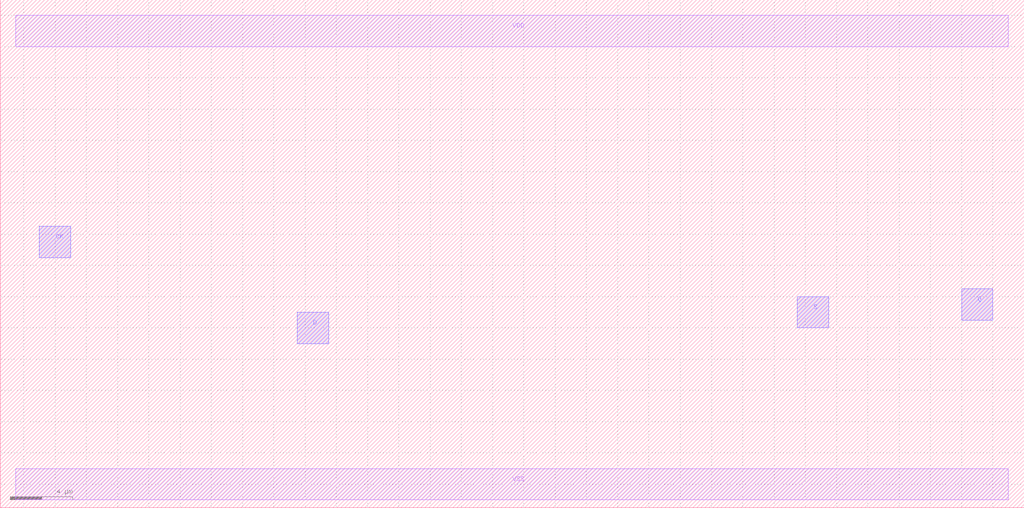
<source format=lef>
# C:/Users/akita/Documents/sff1_r.lef
# Created by Glade release version 4.7.35 compiled on May 19 2020 19:14:35
# Run by akita on host LAPTOP-E0CJ65QR at Wed Jun  3 17:44:54 2020

VERSION 5.6 ;
NAMESCASESENSITIVE ON ;
BUSBITCHARS "[]" ;
DIVIDERCHAR "/"  ;
UNITS
    DATABASE MICRONS 1000 ;
END UNITS

MACRO sff1_r
    CLASS core ;
    FOREIGN sff1_r -1.500 -1.500 ;
    ORIGIN 1.500 1.500 ;
    SIZE 65.500 BY 32.500 ;
    PIN CK
        DIRECTION INPUT ;
        USE SIGNAL ;
        PORT
        LAYER ML2 ;
        RECT 1.000 14.500 3.000 16.500 ;
        LAYER ML1 ;
        RECT 1.000 14.500 3.000 16.500 ;
        END
    END CK
    PIN S
        DIRECTION INPUT ;
        USE GROUND ;
        PORT
        LAYER ML2 ;
        RECT 49.500 10.000 51.500 12.000 ;
        LAYER ML1 ;
        RECT 49.500 10.000 51.500 12.000 ;
        END
    END S
    PIN VDD
        DIRECTION INOUT ;
        USE POWER ;
        PORT
        LAYER ML1 ;
        RECT -0.500 28.000 63.000 30.000 ;
        END
    END VDD
    PIN D
        DIRECTION INPUT ;
        USE POWER ;
        PORT
        LAYER ML2 ;
        RECT 17.500 9.000 19.500 11.000 ;
        LAYER ML1 ;
        RECT 17.500 9.000 19.500 11.000 ;
        END
    END D
    PIN Q
        DIRECTION OUTPUT ;
        USE SIGNAL ;
        PORT
        LAYER ML2 ;
        RECT 60.000 10.500 62.000 12.500 ;
        LAYER ML1 ;
        RECT 60.000 10.500 62.000 12.500 ;
        END
    END Q
    PIN VSS
        DIRECTION INOUT ;
        USE GROUND ;
        PORT
        LAYER ML1 ;
        RECT -0.500 -1.000 63.000 1.000 ;
        END
    END VSS
    OBS
    END
END sff1_r

END LIBRARY

</source>
